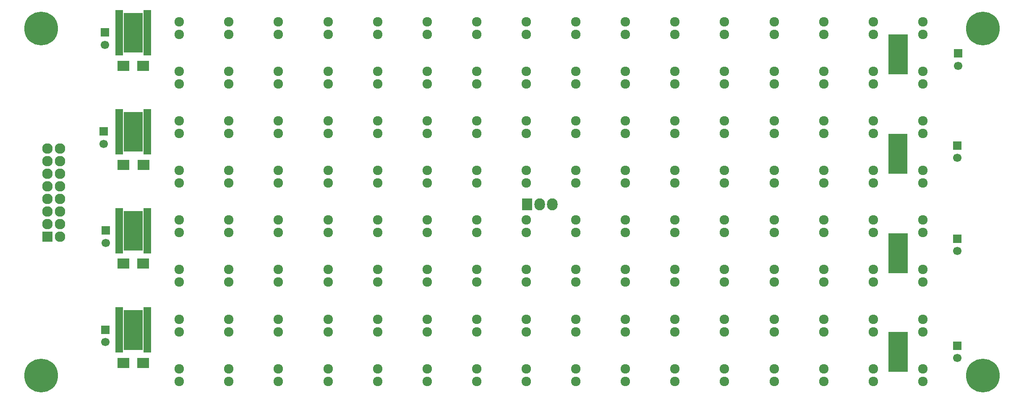
<source format=gbr>
G04 #@! TF.FileFunction,Soldermask,Top*
%FSLAX46Y46*%
G04 Gerber Fmt 4.6, Leading zero omitted, Abs format (unit mm)*
G04 Created by KiCad (PCBNEW 4.0.4-stable) date Wed Oct 19 09:49:36 2016*
%MOMM*%
%LPD*%
G01*
G04 APERTURE LIST*
%ADD10C,0.100000*%
%ADD11C,1.924000*%
%ADD12R,2.400000X2.100000*%
%ADD13R,2.127200X2.127200*%
%ADD14O,2.127200X2.127200*%
%ADD15R,1.290000X1.500000*%
%ADD16R,1.500000X0.800000*%
%ADD17R,1.700000X1.700000*%
%ADD18C,1.700000*%
%ADD19R,2.127200X2.432000*%
%ADD20O,2.127200X2.432000*%
%ADD21C,6.800000*%
G04 APERTURE END LIST*
D10*
D11*
X211370000Y-99950000D03*
X211370000Y-97410000D03*
X211370000Y-49950000D03*
X211370000Y-47410000D03*
X211370000Y-59950000D03*
X211370000Y-57410000D03*
X211370000Y-69950000D03*
X211370000Y-67410000D03*
X211370000Y-79950000D03*
X211370000Y-77410000D03*
X291370000Y-99950000D03*
X291370000Y-97410000D03*
X231370000Y-79950000D03*
X231370000Y-77410000D03*
D12*
X134050000Y-116280000D03*
X130050000Y-116280000D03*
X134050000Y-96200000D03*
X130050000Y-96200000D03*
X134130000Y-76310000D03*
X130130000Y-76310000D03*
D13*
X114790000Y-90780000D03*
D14*
X117330000Y-90780000D03*
X114790000Y-88240000D03*
X117330000Y-88240000D03*
X114790000Y-85700000D03*
X117330000Y-85700000D03*
X114790000Y-83160000D03*
X117330000Y-83160000D03*
X114790000Y-80620000D03*
X117330000Y-80620000D03*
X114790000Y-78080000D03*
X117330000Y-78080000D03*
X114790000Y-75540000D03*
X117330000Y-75540000D03*
X114790000Y-73000000D03*
X117330000Y-73000000D03*
D11*
X151370000Y-109950000D03*
X151370000Y-107410000D03*
X161370000Y-99950000D03*
X161370000Y-97410000D03*
X181370000Y-119950000D03*
X181370000Y-117410000D03*
X171370000Y-119950000D03*
X171370000Y-117410000D03*
X151370000Y-119950000D03*
X151370000Y-117410000D03*
X141370000Y-119950000D03*
X141370000Y-117410000D03*
X181370000Y-109950000D03*
X181370000Y-107410000D03*
X161370000Y-119950000D03*
X161370000Y-117410000D03*
X191370000Y-119950000D03*
X191370000Y-117410000D03*
X201370000Y-119950000D03*
X201370000Y-117410000D03*
X211370000Y-119950000D03*
X211370000Y-117410000D03*
X141370000Y-109950000D03*
X141370000Y-107410000D03*
X161370000Y-109950000D03*
X161370000Y-107410000D03*
X171370000Y-109950000D03*
X171370000Y-107410000D03*
X191370000Y-109950000D03*
X191370000Y-107410000D03*
X201370000Y-109950000D03*
X201370000Y-107410000D03*
X211370000Y-109950000D03*
X211370000Y-107410000D03*
X141370000Y-99950000D03*
X141370000Y-97410000D03*
X151370000Y-99950000D03*
X151370000Y-97410000D03*
X171370000Y-99950000D03*
X171370000Y-97410000D03*
X181370000Y-99950000D03*
X181370000Y-97410000D03*
X191370000Y-99950000D03*
X191370000Y-97410000D03*
X201370000Y-99950000D03*
X201370000Y-97410000D03*
X141370000Y-89950000D03*
X141370000Y-87410000D03*
X151370000Y-89950000D03*
X151370000Y-87410000D03*
X161370000Y-89950000D03*
X161370000Y-87410000D03*
X171370000Y-89950000D03*
X171370000Y-87410000D03*
X181370000Y-89950000D03*
X181370000Y-87410000D03*
X191370000Y-89950000D03*
X191370000Y-87410000D03*
X201370000Y-89950000D03*
X201370000Y-87410000D03*
X211370000Y-89950000D03*
X211370000Y-87410000D03*
X141370000Y-79950000D03*
X141370000Y-77410000D03*
X151370000Y-79950000D03*
X151370000Y-77410000D03*
X161370000Y-79950000D03*
X161370000Y-77410000D03*
X171370000Y-79950000D03*
X171370000Y-77410000D03*
X181370000Y-79950000D03*
X181370000Y-77410000D03*
X191370000Y-79950000D03*
X191370000Y-77410000D03*
X201370000Y-79950000D03*
X201370000Y-77410000D03*
X141370000Y-69950000D03*
X141370000Y-67410000D03*
X151370000Y-69950000D03*
X151370000Y-67410000D03*
X161370000Y-69950000D03*
X161370000Y-67410000D03*
X171370000Y-69950000D03*
X171370000Y-67410000D03*
X181370000Y-69950000D03*
X181370000Y-67410000D03*
X191370000Y-69950000D03*
X191370000Y-67410000D03*
X201370000Y-69950000D03*
X201370000Y-67410000D03*
X141370000Y-59950000D03*
X141370000Y-57410000D03*
X151370000Y-59950000D03*
X151370000Y-57410000D03*
X161370000Y-59950000D03*
X161370000Y-57410000D03*
X171370000Y-59950000D03*
X171370000Y-57410000D03*
X181370000Y-59950000D03*
X181370000Y-57410000D03*
X191370000Y-59950000D03*
X191370000Y-57410000D03*
X201370000Y-59950000D03*
X201370000Y-57410000D03*
X141370000Y-49950000D03*
X141370000Y-47410000D03*
X151370000Y-49950000D03*
X151370000Y-47410000D03*
X161370000Y-49950000D03*
X161370000Y-47410000D03*
X171370000Y-49950000D03*
X171370000Y-47410000D03*
X181370000Y-49950000D03*
X181370000Y-47410000D03*
X191370000Y-49950000D03*
X191370000Y-47410000D03*
X201370000Y-49950000D03*
X201370000Y-47410000D03*
X221370000Y-119950000D03*
X221370000Y-117410000D03*
X231370000Y-119950000D03*
X231370000Y-117410000D03*
X241370000Y-119950000D03*
X241370000Y-117410000D03*
X251370000Y-119950000D03*
X251370000Y-117410000D03*
X261370000Y-119950000D03*
X261370000Y-117410000D03*
X271370000Y-119950000D03*
X271370000Y-117410000D03*
X281370000Y-119950000D03*
X281370000Y-117410000D03*
X291370000Y-119950000D03*
X291370000Y-117410000D03*
X221370000Y-109950000D03*
X221370000Y-107410000D03*
X231370000Y-109950000D03*
X231370000Y-107410000D03*
X241370000Y-109950000D03*
X241370000Y-107410000D03*
X251370000Y-109950000D03*
X251370000Y-107410000D03*
X261370000Y-109950000D03*
X261370000Y-107410000D03*
X271370000Y-109950000D03*
X271370000Y-107410000D03*
X281370000Y-109950000D03*
X281370000Y-107410000D03*
X291370000Y-109950000D03*
X291370000Y-107410000D03*
X221370000Y-99950000D03*
X221370000Y-97410000D03*
X231370000Y-99950000D03*
X231370000Y-97410000D03*
X241370000Y-99950000D03*
X241370000Y-97410000D03*
X251370000Y-99950000D03*
X251370000Y-97410000D03*
X261370000Y-99950000D03*
X261370000Y-97410000D03*
X271370000Y-99950000D03*
X271370000Y-97410000D03*
X281370000Y-99950000D03*
X281370000Y-97410000D03*
X221370000Y-89950000D03*
X221370000Y-87410000D03*
X231370000Y-89950000D03*
X231370000Y-87410000D03*
X241370000Y-89950000D03*
X241370000Y-87410000D03*
X251370000Y-89950000D03*
X251370000Y-87410000D03*
X261370000Y-89950000D03*
X261370000Y-87410000D03*
X271370000Y-89950000D03*
X271370000Y-87410000D03*
X281370000Y-89950000D03*
X281370000Y-87410000D03*
X291370000Y-89950000D03*
X291370000Y-87410000D03*
X221370000Y-79950000D03*
X221370000Y-77410000D03*
X241370000Y-79950000D03*
X241370000Y-77410000D03*
X251370000Y-79950000D03*
X251370000Y-77410000D03*
X261370000Y-79950000D03*
X261370000Y-77410000D03*
X271370000Y-79950000D03*
X271370000Y-77410000D03*
X281370000Y-79950000D03*
X281370000Y-77410000D03*
X291370000Y-79950000D03*
X291370000Y-77410000D03*
X221370000Y-69950000D03*
X221370000Y-67410000D03*
X231370000Y-69950000D03*
X231370000Y-67410000D03*
X241370000Y-69950000D03*
X241370000Y-67410000D03*
X251370000Y-69950000D03*
X251370000Y-67410000D03*
X261370000Y-69950000D03*
X261370000Y-67410000D03*
X271370000Y-69950000D03*
X271370000Y-67410000D03*
X281370000Y-69950000D03*
X281370000Y-67410000D03*
X291370000Y-69950000D03*
X291370000Y-67410000D03*
X221370000Y-59950000D03*
X221370000Y-57410000D03*
X231370000Y-59950000D03*
X231370000Y-57410000D03*
X241370000Y-59950000D03*
X241370000Y-57410000D03*
X251370000Y-59950000D03*
X251370000Y-57410000D03*
X261370000Y-59950000D03*
X261370000Y-57410000D03*
X271370000Y-59950000D03*
X271370000Y-57410000D03*
X281370000Y-59950000D03*
X281370000Y-57410000D03*
X291370000Y-59950000D03*
X291370000Y-57410000D03*
X221370000Y-49950000D03*
X221370000Y-47410000D03*
X231370000Y-49950000D03*
X231370000Y-47410000D03*
X241370000Y-49950000D03*
X241370000Y-47410000D03*
X251370000Y-49950000D03*
X251370000Y-47410000D03*
X261370000Y-49950000D03*
X261370000Y-47410000D03*
X271370000Y-49950000D03*
X271370000Y-47410000D03*
X281370000Y-49950000D03*
X281370000Y-47410000D03*
X291370000Y-49950000D03*
X291370000Y-47410000D03*
D12*
X134080000Y-56324500D03*
X130080000Y-56324500D03*
D15*
X131652000Y-112858750D03*
X131652000Y-110699750D03*
X131652000Y-111756000D03*
X131652000Y-107438000D03*
X131652000Y-106381750D03*
X131652000Y-108540750D03*
X131652000Y-109597000D03*
X130763000Y-109597000D03*
X130763000Y-108540750D03*
X130763000Y-106381750D03*
X130763000Y-107438000D03*
X130763000Y-111756000D03*
X130763000Y-110699750D03*
X130763000Y-112858750D03*
X132541000Y-112858750D03*
X132541000Y-110699750D03*
X132541000Y-111756000D03*
X132541000Y-107438000D03*
X132541000Y-106381750D03*
X132541000Y-108540750D03*
X132541000Y-109597000D03*
X133430000Y-109597000D03*
X133430000Y-108540750D03*
X133430000Y-106381750D03*
X133430000Y-107438000D03*
X133430000Y-111756000D03*
X133430000Y-110699750D03*
X133430000Y-112858750D03*
D16*
X134930000Y-113815000D03*
X134930000Y-113165000D03*
X134930000Y-112515000D03*
X134930000Y-111865000D03*
X134930000Y-111215000D03*
X134930000Y-110565000D03*
X134930000Y-109915000D03*
X134930000Y-109265000D03*
X134930000Y-108615000D03*
X134930000Y-107965000D03*
X134930000Y-107315000D03*
X134930000Y-106665000D03*
X134930000Y-106015000D03*
X134930000Y-105365000D03*
X129230000Y-105365000D03*
X129230000Y-106015000D03*
X129230000Y-106665000D03*
X129230000Y-107315000D03*
X129230000Y-107965000D03*
X129230000Y-108615000D03*
X129230000Y-109265000D03*
X129230000Y-109915000D03*
X129230000Y-110565000D03*
X129230000Y-111215000D03*
X129230000Y-111865000D03*
X129230000Y-112515000D03*
X129230000Y-113165000D03*
X129230000Y-113815000D03*
D15*
X131652000Y-92838750D03*
X131652000Y-90679750D03*
X131652000Y-91736000D03*
X131652000Y-87418000D03*
X131652000Y-86361750D03*
X131652000Y-88520750D03*
X131652000Y-89577000D03*
X130763000Y-89577000D03*
X130763000Y-88520750D03*
X130763000Y-86361750D03*
X130763000Y-87418000D03*
X130763000Y-91736000D03*
X130763000Y-90679750D03*
X130763000Y-92838750D03*
X132541000Y-92838750D03*
X132541000Y-90679750D03*
X132541000Y-91736000D03*
X132541000Y-87418000D03*
X132541000Y-86361750D03*
X132541000Y-88520750D03*
X132541000Y-89577000D03*
X133430000Y-89577000D03*
X133430000Y-88520750D03*
X133430000Y-86361750D03*
X133430000Y-87418000D03*
X133430000Y-91736000D03*
X133430000Y-90679750D03*
X133430000Y-92838750D03*
D16*
X134930000Y-93795000D03*
X134930000Y-93145000D03*
X134930000Y-92495000D03*
X134930000Y-91845000D03*
X134930000Y-91195000D03*
X134930000Y-90545000D03*
X134930000Y-89895000D03*
X134930000Y-89245000D03*
X134930000Y-88595000D03*
X134930000Y-87945000D03*
X134930000Y-87295000D03*
X134930000Y-86645000D03*
X134930000Y-85995000D03*
X134930000Y-85345000D03*
X129230000Y-85345000D03*
X129230000Y-85995000D03*
X129230000Y-86645000D03*
X129230000Y-87295000D03*
X129230000Y-87945000D03*
X129230000Y-88595000D03*
X129230000Y-89245000D03*
X129230000Y-89895000D03*
X129230000Y-90545000D03*
X129230000Y-91195000D03*
X129230000Y-91845000D03*
X129230000Y-92495000D03*
X129230000Y-93145000D03*
X129230000Y-93795000D03*
D15*
X131652000Y-52862250D03*
X131652000Y-50703250D03*
X131652000Y-51759500D03*
X131652000Y-47441500D03*
X131652000Y-46385250D03*
X131652000Y-48544250D03*
X131652000Y-49600500D03*
X130763000Y-49600500D03*
X130763000Y-48544250D03*
X130763000Y-46385250D03*
X130763000Y-47441500D03*
X130763000Y-51759500D03*
X130763000Y-50703250D03*
X130763000Y-52862250D03*
X132541000Y-52862250D03*
X132541000Y-50703250D03*
X132541000Y-51759500D03*
X132541000Y-47441500D03*
X132541000Y-46385250D03*
X132541000Y-48544250D03*
X132541000Y-49600500D03*
X133430000Y-49600500D03*
X133430000Y-48544250D03*
X133430000Y-46385250D03*
X133430000Y-47441500D03*
X133430000Y-51759500D03*
X133430000Y-50703250D03*
X133430000Y-52862250D03*
D16*
X134930000Y-53818500D03*
X134930000Y-53168500D03*
X134930000Y-52518500D03*
X134930000Y-51868500D03*
X134930000Y-51218500D03*
X134930000Y-50568500D03*
X134930000Y-49918500D03*
X134930000Y-49268500D03*
X134930000Y-48618500D03*
X134930000Y-47968500D03*
X134930000Y-47318500D03*
X134930000Y-46668500D03*
X134930000Y-46018500D03*
X134930000Y-45368500D03*
X129230000Y-45368500D03*
X129230000Y-46018500D03*
X129230000Y-46668500D03*
X129230000Y-47318500D03*
X129230000Y-47968500D03*
X129230000Y-48618500D03*
X129230000Y-49268500D03*
X129230000Y-49918500D03*
X129230000Y-50568500D03*
X129230000Y-51218500D03*
X129230000Y-51868500D03*
X129230000Y-52518500D03*
X129230000Y-53168500D03*
X129230000Y-53818500D03*
D15*
X286838000Y-117268750D03*
X286838000Y-115109750D03*
X286838000Y-116166000D03*
X286838000Y-111848000D03*
X286838000Y-110791750D03*
X286838000Y-112950750D03*
X286838000Y-114007000D03*
X287727000Y-114007000D03*
X287727000Y-112950750D03*
X287727000Y-110791750D03*
X287727000Y-111848000D03*
X287727000Y-116166000D03*
X287727000Y-115109750D03*
X287727000Y-117268750D03*
X285949000Y-117268750D03*
X285949000Y-115109750D03*
X285949000Y-116166000D03*
X285949000Y-111848000D03*
X285949000Y-110791750D03*
X285949000Y-112950750D03*
X285949000Y-114007000D03*
X285060000Y-114007000D03*
X285060000Y-112950750D03*
X285060000Y-110791750D03*
X285060000Y-111848000D03*
X285060000Y-116166000D03*
X285060000Y-115109750D03*
X285060000Y-117268750D03*
X286838000Y-97368750D03*
X286838000Y-95209750D03*
X286838000Y-96266000D03*
X286838000Y-91948000D03*
X286838000Y-90891750D03*
X286838000Y-93050750D03*
X286838000Y-94107000D03*
X287727000Y-94107000D03*
X287727000Y-93050750D03*
X287727000Y-90891750D03*
X287727000Y-91948000D03*
X287727000Y-96266000D03*
X287727000Y-95209750D03*
X287727000Y-97368750D03*
X285949000Y-97368750D03*
X285949000Y-95209750D03*
X285949000Y-96266000D03*
X285949000Y-91948000D03*
X285949000Y-90891750D03*
X285949000Y-93050750D03*
X285949000Y-94107000D03*
X285060000Y-94107000D03*
X285060000Y-93050750D03*
X285060000Y-90891750D03*
X285060000Y-91948000D03*
X285060000Y-96266000D03*
X285060000Y-95209750D03*
X285060000Y-97368750D03*
X286798000Y-77278750D03*
X286798000Y-75119750D03*
X286798000Y-76176000D03*
X286798000Y-71858000D03*
X286798000Y-70801750D03*
X286798000Y-72960750D03*
X286798000Y-74017000D03*
X287687000Y-74017000D03*
X287687000Y-72960750D03*
X287687000Y-70801750D03*
X287687000Y-71858000D03*
X287687000Y-76176000D03*
X287687000Y-75119750D03*
X287687000Y-77278750D03*
X285909000Y-77278750D03*
X285909000Y-75119750D03*
X285909000Y-76176000D03*
X285909000Y-71858000D03*
X285909000Y-70801750D03*
X285909000Y-72960750D03*
X285909000Y-74017000D03*
X285020000Y-74017000D03*
X285020000Y-72960750D03*
X285020000Y-70801750D03*
X285020000Y-71858000D03*
X285020000Y-76176000D03*
X285020000Y-75119750D03*
X285020000Y-77278750D03*
X286813000Y-57243750D03*
X286813000Y-55084750D03*
X286813000Y-56141000D03*
X286813000Y-51823000D03*
X286813000Y-50766750D03*
X286813000Y-52925750D03*
X286813000Y-53982000D03*
X287702000Y-53982000D03*
X287702000Y-52925750D03*
X287702000Y-50766750D03*
X287702000Y-51823000D03*
X287702000Y-56141000D03*
X287702000Y-55084750D03*
X287702000Y-57243750D03*
X285924000Y-57243750D03*
X285924000Y-55084750D03*
X285924000Y-56141000D03*
X285924000Y-51823000D03*
X285924000Y-50766750D03*
X285924000Y-52925750D03*
X285924000Y-53982000D03*
X285035000Y-53982000D03*
X285035000Y-52925750D03*
X285035000Y-50766750D03*
X285035000Y-51823000D03*
X285035000Y-56141000D03*
X285035000Y-55084750D03*
X285035000Y-57243750D03*
X131652000Y-72848750D03*
X131652000Y-70689750D03*
X131652000Y-71746000D03*
X131652000Y-67428000D03*
X131652000Y-66371750D03*
X131652000Y-68530750D03*
X131652000Y-69587000D03*
X130763000Y-69587000D03*
X130763000Y-68530750D03*
X130763000Y-66371750D03*
X130763000Y-67428000D03*
X130763000Y-71746000D03*
X130763000Y-70689750D03*
X130763000Y-72848750D03*
X132541000Y-72848750D03*
X132541000Y-70689750D03*
X132541000Y-71746000D03*
X132541000Y-67428000D03*
X132541000Y-66371750D03*
X132541000Y-68530750D03*
X132541000Y-69587000D03*
X133430000Y-69587000D03*
X133430000Y-68530750D03*
X133430000Y-66371750D03*
X133430000Y-67428000D03*
X133430000Y-71746000D03*
X133430000Y-70689750D03*
X133430000Y-72848750D03*
D16*
X134930000Y-73805000D03*
X134930000Y-73155000D03*
X134930000Y-72505000D03*
X134930000Y-71855000D03*
X134930000Y-71205000D03*
X134930000Y-70555000D03*
X134930000Y-69905000D03*
X134930000Y-69255000D03*
X134930000Y-68605000D03*
X134930000Y-67955000D03*
X134930000Y-67305000D03*
X134930000Y-66655000D03*
X134930000Y-66005000D03*
X134930000Y-65355000D03*
X129230000Y-65355000D03*
X129230000Y-66005000D03*
X129230000Y-66655000D03*
X129230000Y-67305000D03*
X129230000Y-67955000D03*
X129230000Y-68605000D03*
X129230000Y-69255000D03*
X129230000Y-69905000D03*
X129230000Y-70555000D03*
X129230000Y-71205000D03*
X129230000Y-71855000D03*
X129230000Y-72505000D03*
X129230000Y-73155000D03*
X129230000Y-73805000D03*
D17*
X126431040Y-109560360D03*
D18*
X126431040Y-112060360D03*
D17*
X126542800Y-89535000D03*
D18*
X126542800Y-92035000D03*
D17*
X126120000Y-69550000D03*
D18*
X126120000Y-72050000D03*
D17*
X126365000Y-49555400D03*
D18*
X126365000Y-52055400D03*
D17*
X298323000Y-112776000D03*
D18*
X298323000Y-115276000D03*
D17*
X298323000Y-91186000D03*
D18*
X298323000Y-93686000D03*
D17*
X298323000Y-72390000D03*
D18*
X298323000Y-74890000D03*
D17*
X298510000Y-53780000D03*
D18*
X298510000Y-56280000D03*
D19*
X211510000Y-84290000D03*
D20*
X214050000Y-84290000D03*
X216590000Y-84290000D03*
D21*
X113520000Y-48800000D03*
X113520000Y-118800000D03*
X303520000Y-118800000D03*
X303520000Y-48800000D03*
M02*

</source>
